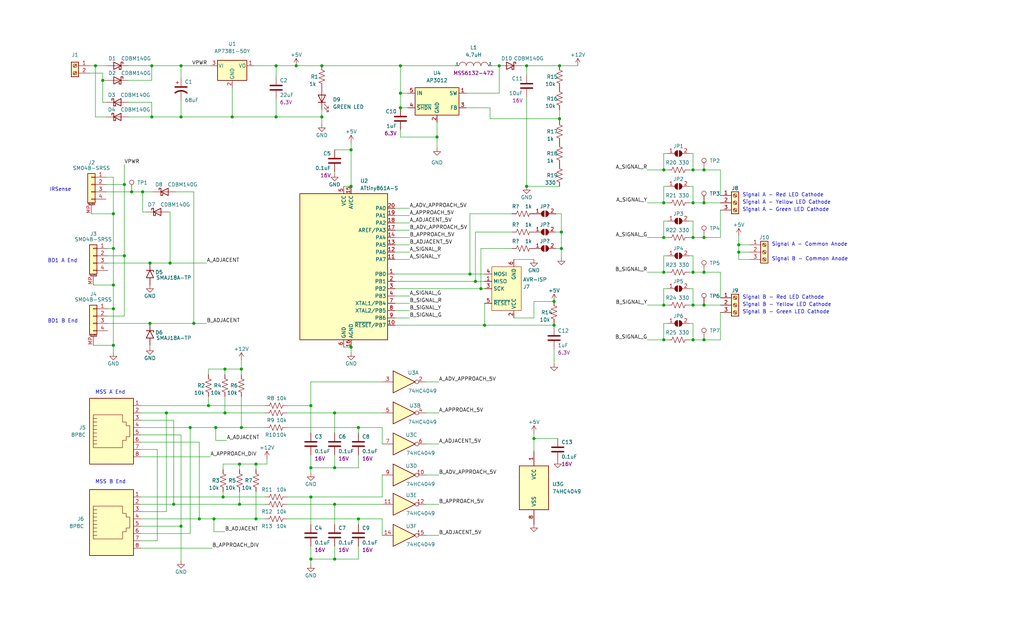
<source format=kicad_sch>
(kicad_sch (version 20211123) (generator eeschema)
  (paper "USLegal")
  (title_block (title "MSS Cascade Basic v1.0") (company "Iowa Scaled Engineering"))
  (junction (at 192.405 104.775))
  (junction (at 52.07 112.395))
  (junction (at 244.475 94.615))
  (junction (at 62.865 182.88))
  (junction (at 121.92 52.07))
  (junction (at 66.04 148.59))
  (junction (at 57.785 143.51))
  (junction (at 116.205 194.31))
  (junction (at 59.055 91.44))
  (junction (at 107.95 194.31))
  (junction (at 256.54 85.09))
  (junction (at 240.665 82.55))
  (junction (at 107.95 162.56))
  (junction (at 52.705 22.86))
  (junction (at 45.72 66.675))
  (junction (at 62.865 22.86))
  (junction (at 230.505 106.045))
  (junction (at 121.92 64.77))
  (junction (at 244.475 70.485))
  (junction (at 163.195 95.25))
  (junction (at 240.665 59.055))
  (junction (at 35.687 27.94))
  (junction (at 168.275 113.03))
  (junction (at 116.205 175.26))
  (junction (at 78.105 143.51))
  (junction (at 52.705 40.64))
  (junction (at 33.147 22.86))
  (junction (at 69.215 180.34))
  (junction (at 256.54 87.63))
  (junction (at 88.9 161.29))
  (junction (at 83.185 175.26))
  (junction (at 124.46 180.34))
  (junction (at 192.405 113.03))
  (junction (at 244.475 82.55))
  (junction (at 165.1 97.79))
  (junction (at 139.065 32.385))
  (junction (at 107.95 140.97))
  (junction (at 80.645 40.64))
  (junction (at 72.39 140.97))
  (junction (at 121.92 120.65))
  (junction (at 67.31 112.395))
  (junction (at 244.475 106.045))
  (junction (at 194.945 80.645))
  (junction (at 39.37 120.015))
  (junction (at 240.665 106.045))
  (junction (at 240.665 70.485))
  (junction (at 116.205 162.56))
  (junction (at 230.505 118.11))
  (junction (at 185.42 152.4))
  (junction (at 39.37 86.36))
  (junction (at 74.295 180.34))
  (junction (at 60.325 175.26))
  (junction (at 230.505 59.055))
  (junction (at 194.945 86.36))
  (junction (at 62.865 40.64))
  (junction (at 182.88 22.86))
  (junction (at 230.505 94.615))
  (junction (at 182.88 64.77))
  (junction (at 52.07 91.44))
  (junction (at 39.37 99.06))
  (junction (at 230.505 82.55))
  (junction (at 77.47 172.72))
  (junction (at 43.18 88.9))
  (junction (at 111.76 22.86))
  (junction (at 194.31 22.86))
  (junction (at 167.005 100.33))
  (junction (at 116.205 143.51))
  (junction (at 39.37 107.315))
  (junction (at 151.765 47.625))
  (junction (at 124.46 148.59))
  (junction (at 43.18 64.135))
  (junction (at 240.665 94.615))
  (junction (at 194.31 41.275))
  (junction (at 39.37 74.295))
  (junction (at 95.885 40.64))
  (junction (at 83.82 128.27))
  (junction (at 83.185 161.29))
  (junction (at 139.065 37.465))
  (junction (at 244.475 118.11))
  (junction (at 244.475 59.055))
  (junction (at 49.53 66.675))
  (junction (at 95.885 22.86))
  (junction (at 83.82 148.59))
  (junction (at 78.105 128.27))
  (junction (at 111.76 40.64))
  (junction (at 88.9 180.34))
  (junction (at 107.95 172.72))
  (junction (at 139.065 22.86))
  (junction (at 240.665 118.11))
  (junction (at 230.505 70.485))
  (junction (at 173.355 22.86))
  (junction (at 74.93 148.59))
  (junction (at 102.87 22.86))
  (wire (pts (xy 49.53 73.66) (xy 49.53 66.675)))
  (wire (pts (xy 194.31 41.275) (xy 170.18 41.275)))
  (wire (pts (xy 240.665 100.33) (xy 240.665 106.045)))
  (wire (pts (xy 107.95 196.215) (xy 107.95 194.31)))
  (wire (pts (xy 88.265 22.86) (xy 95.885 22.86)))
  (wire (pts (xy 32.385 120.015) (xy 39.37 120.015)))
  (wire (pts (xy 83.82 128.27) (xy 83.82 130.175)))
  (wire (pts (xy 39.37 86.36) (xy 39.37 99.06)))
  (wire (pts (xy 185.42 104.775) (xy 192.405 104.775)))
  (wire (pts (xy 99.695 175.26) (xy 116.205 175.26)))
  (wire (pts (xy 137.16 82.55) (xy 142.24 82.55)))
  (wire (pts (xy 244.475 82.55) (xy 250.19 82.55)))
  (wire (pts (xy 139.065 22.86) (xy 139.065 32.385)))
  (wire (pts (xy 240.665 82.55) (xy 244.475 82.55)))
  (wire (pts (xy 80.645 40.64) (xy 95.885 40.64)))
  (wire (pts (xy 74.93 148.59) (xy 74.93 153.035)))
  (wire (pts (xy 52.07 91.44) (xy 59.055 91.44)))
  (wire (pts (xy 194.31 41.275) (xy 194.31 41.91)))
  (wire (pts (xy 151.765 51.435) (xy 151.765 47.625)))
  (wire (pts (xy 77.47 161.29) (xy 77.47 163.195)))
  (wire (pts (xy 230.505 59.055) (xy 231.775 59.055)))
  (wire (pts (xy 66.04 185.42) (xy 66.04 148.59)))
  (wire (pts (xy 62.865 22.86) (xy 62.865 27.178)))
  (wire (pts (xy 83.82 137.795) (xy 83.82 148.59)))
  (wire (pts (xy 116.205 175.26) (xy 116.205 182.245)))
  (wire (pts (xy 230.505 53.34) (xy 230.505 59.055)))
  (wire (pts (xy 31.75 74.295) (xy 39.37 74.295)))
  (wire (pts (xy 137.16 110.49) (xy 142.24 110.49)))
  (wire (pts (xy 99.695 148.59) (xy 124.46 148.59)))
  (wire (pts (xy 35.687 35.56) (xy 35.687 27.94)))
  (wire (pts (xy 239.395 82.55) (xy 240.665 82.55)))
  (wire (pts (xy 62.865 182.88) (xy 48.895 182.88)))
  (wire (pts (xy 137.16 95.25) (xy 163.195 95.25)))
  (wire (pts (xy 121.92 122.555) (xy 121.92 120.65)))
  (wire (pts (xy 185.42 104.775) (xy 185.42 110.49)))
  (wire (pts (xy 107.95 172.72) (xy 132.715 172.72)))
  (wire (pts (xy 240.665 94.615) (xy 244.475 94.615)))
  (wire (pts (xy 32.385 99.06) (xy 39.37 99.06)))
  (wire (pts (xy 80.645 30.48) (xy 80.645 40.64)))
  (wire (pts (xy 124.46 194.31) (xy 124.46 189.865)))
  (wire (pts (xy 39.37 61.595) (xy 39.37 74.295)))
  (wire (pts (xy 48.895 140.97) (xy 72.39 140.97)))
  (wire (pts (xy 102.87 22.86) (xy 111.76 22.86)))
  (wire (pts (xy 50.8 73.66) (xy 49.53 73.66)))
  (wire (pts (xy 107.95 164.465) (xy 107.95 162.56)))
  (wire (pts (xy 240.665 76.835) (xy 240.665 82.55)))
  (wire (pts (xy 137.16 113.03) (xy 168.275 113.03)))
  (wire (pts (xy 74.93 148.59) (xy 83.82 148.59)))
  (wire (pts (xy 137.16 74.93) (xy 142.24 74.93)))
  (wire (pts (xy 62.865 151.13) (xy 62.865 182.88)))
  (wire (pts (xy 48.895 151.13) (xy 62.865 151.13)))
  (wire (pts (xy 256.54 85.09) (xy 256.54 87.63)))
  (wire (pts (xy 39.37 107.315) (xy 39.37 120.015)))
  (wire (pts (xy 39.37 61.595) (xy 36.83 61.595)))
  (wire (pts (xy 193.04 86.36) (xy 194.945 86.36)))
  (wire (pts (xy 240.665 118.11) (xy 244.475 118.11)))
  (wire (pts (xy 35.687 25.4) (xy 31.115 25.4)))
  (wire (pts (xy 239.395 76.835) (xy 240.665 76.835)))
  (wire (pts (xy 116.205 189.865) (xy 116.205 194.31)))
  (wire (pts (xy 99.695 180.34) (xy 124.46 180.34)))
  (wire (pts (xy 167.005 100.33) (xy 168.275 100.33)))
  (wire (pts (xy 31.115 22.86) (xy 33.147 22.86)))
  (wire (pts (xy 137.16 72.39) (xy 142.24 72.39)))
  (wire (pts (xy 37.465 112.395) (xy 52.07 112.395)))
  (wire (pts (xy 33.147 40.64) (xy 33.147 22.86)))
  (wire (pts (xy 52.705 22.86) (xy 62.865 22.86)))
  (wire (pts (xy 231.775 100.33) (xy 230.505 100.33)))
  (wire (pts (xy 224.79 118.11) (xy 230.505 118.11)))
  (wire (pts (xy 107.95 158.115) (xy 107.95 162.56)))
  (wire (pts (xy 230.505 82.55) (xy 231.775 82.55)))
  (wire (pts (xy 240.665 88.9) (xy 240.665 94.615)))
  (wire (pts (xy 43.18 88.9) (xy 43.18 64.135)))
  (wire (pts (xy 139.065 22.86) (xy 158.115 22.86)))
  (wire (pts (xy 74.295 180.34) (xy 88.9 180.34)))
  (wire (pts (xy 192.405 113.03) (xy 192.405 113.665)))
  (wire (pts (xy 152.4 165.1) (xy 147.955 165.1)))
  (wire (pts (xy 44.577 40.64) (xy 52.705 40.64)))
  (wire (pts (xy 39.37 74.295) (xy 39.37 86.36)))
  (wire (pts (xy 137.16 85.09) (xy 142.24 85.09)))
  (wire (pts (xy 250.19 118.11) (xy 250.19 108.585)))
  (wire (pts (xy 48.895 148.59) (xy 66.04 148.59)))
  (wire (pts (xy 177.8 80.645) (xy 165.1 80.645)))
  (wire (pts (xy 240.665 64.77) (xy 240.665 70.485)))
  (wire (pts (xy 239.395 59.055) (xy 240.665 59.055)))
  (wire (pts (xy 244.475 94.615) (xy 250.19 94.615)))
  (wire (pts (xy 256.54 87.63) (xy 260.35 87.63)))
  (wire (pts (xy 132.715 132.715) (xy 107.95 132.715)))
  (wire (pts (xy 239.395 70.485) (xy 240.665 70.485)))
  (wire (pts (xy 240.665 53.34) (xy 240.665 59.055)))
  (wire (pts (xy 152.4 154.305) (xy 147.955 154.305)))
  (wire (pts (xy 99.695 140.97) (xy 107.95 140.97)))
  (wire (pts (xy 60.96 66.675) (xy 67.31 66.675)))
  (wire (pts (xy 167.005 86.36) (xy 167.005 100.33)))
  (wire (pts (xy 88.9 180.34) (xy 92.075 180.34)))
  (wire (pts (xy 185.42 152.4) (xy 193.675 152.4)))
  (wire (pts (xy 39.37 99.06) (xy 39.37 107.315)))
  (wire (pts (xy 173.355 32.385) (xy 173.355 22.86)))
  (wire (pts (xy 194.31 22.86) (xy 200.66 22.86)))
  (wire (pts (xy 121.92 52.07) (xy 116.205 52.07)))
  (wire (pts (xy 72.39 128.27) (xy 78.105 128.27)))
  (wire (pts (xy 163.195 74.295) (xy 163.195 95.25)))
  (wire (pts (xy 244.475 70.485) (xy 250.19 70.485)))
  (wire (pts (xy 250.19 94.615) (xy 250.19 103.505)))
  (wire (pts (xy 88.9 161.29) (xy 88.9 163.195)))
  (wire (pts (xy 239.395 112.395) (xy 240.665 112.395)))
  (wire (pts (xy 116.205 194.31) (xy 124.46 194.31)))
  (wire (pts (xy 165.1 80.645) (xy 165.1 97.79)))
  (wire (pts (xy 72.39 137.795) (xy 72.39 140.97)))
  (wire (pts (xy 137.16 107.95) (xy 142.24 107.95)))
  (wire (pts (xy 37.465 91.44) (xy 52.07 91.44)))
  (wire (pts (xy 111.76 40.64) (xy 111.76 38.1)))
  (wire (pts (xy 62.865 22.86) (xy 73.025 22.86)))
  (wire (pts (xy 95.885 22.86) (xy 95.885 26.67)))
  (wire (pts (xy 107.95 172.72) (xy 107.95 182.245)))
  (wire (pts (xy 231.775 88.9) (xy 230.505 88.9)))
  (wire (pts (xy 77.47 172.72) (xy 92.075 172.72)))
  (wire (pts (xy 163.195 95.25) (xy 168.275 95.25)))
  (wire (pts (xy 231.775 76.835) (xy 230.505 76.835)))
  (wire (pts (xy 111.76 22.86) (xy 139.065 22.86)))
  (wire (pts (xy 62.865 194.945) (xy 62.865 182.88)))
  (wire (pts (xy 239.395 118.11) (xy 240.665 118.11)))
  (wire (pts (xy 78.105 128.27) (xy 78.105 130.175)))
  (wire (pts (xy 48.895 175.26) (xy 60.325 175.26)))
  (wire (pts (xy 116.205 175.26) (xy 132.715 175.26)))
  (wire (pts (xy 244.475 106.045) (xy 250.19 106.045)))
  (wire (pts (xy 107.95 132.715) (xy 107.95 140.97)))
  (wire (pts (xy 137.16 105.41) (xy 142.24 105.41)))
  (wire (pts (xy 111.76 40.64) (xy 111.76 43.18)))
  (wire (pts (xy 44.577 22.86) (xy 52.705 22.86)))
  (wire (pts (xy 52.705 35.56) (xy 52.705 40.64)))
  (wire (pts (xy 52.705 40.64) (xy 62.865 40.64)))
  (wire (pts (xy 239.395 106.045) (xy 240.665 106.045)))
  (wire (pts (xy 182.88 26.035) (xy 182.88 22.86)))
  (wire (pts (xy 48.895 185.42) (xy 66.04 185.42)))
  (wire (pts (xy 43.18 64.135) (xy 36.83 64.135)))
  (wire (pts (xy 240.665 59.055) (xy 244.475 59.055)))
  (wire (pts (xy 52.07 112.395) (xy 67.31 112.395)))
  (wire (pts (xy 36.957 35.56) (xy 35.687 35.56)))
  (wire (pts (xy 48.895 146.05) (xy 60.325 146.05)))
  (wire (pts (xy 132.715 165.1) (xy 132.715 172.72)))
  (wire (pts (xy 36.83 66.675) (xy 45.72 66.675)))
  (wire (pts (xy 137.16 102.87) (xy 142.24 102.87)))
  (wire (pts (xy 121.92 52.07) (xy 121.92 64.77)))
  (wire (pts (xy 240.665 112.395) (xy 240.665 118.11)))
  (wire (pts (xy 60.325 146.05) (xy 60.325 175.26)))
  (wire (pts (xy 137.16 80.01) (xy 142.24 80.01)))
  (wire (pts (xy 244.475 118.11) (xy 250.19 118.11)))
  (wire (pts (xy 256.54 85.09) (xy 260.35 85.09)))
  (wire (pts (xy 83.82 125.095) (xy 83.82 128.27)))
  (wire (pts (xy 240.665 70.485) (xy 244.475 70.485)))
  (wire (pts (xy 230.505 88.9) (xy 230.505 94.615)))
  (wire (pts (xy 48.895 143.51) (xy 57.785 143.51)))
  (wire (pts (xy 52.07 120.015) (xy 52.07 120.65)))
  (wire (pts (xy 92.71 161.29) (xy 88.9 161.29)))
  (wire (pts (xy 83.185 170.815) (xy 83.185 175.26)))
  (wire (pts (xy 57.785 143.51) (xy 78.105 143.51)))
  (wire (pts (xy 152.4 143.51) (xy 147.955 143.51)))
  (wire (pts (xy 152.4 175.26) (xy 147.955 175.26)))
  (wire (pts (xy 99.695 172.72) (xy 107.95 172.72)))
  (wire (pts (xy 78.105 137.795) (xy 78.105 143.51)))
  (wire (pts (xy 139.065 37.465) (xy 141.605 37.465)))
  (wire (pts (xy 250.19 82.55) (xy 250.19 73.025)))
  (wire (pts (xy 95.885 40.64) (xy 111.76 40.64)))
  (wire (pts (xy 88.9 170.815) (xy 88.9 180.34)))
  (wire (pts (xy 224.79 82.55) (xy 230.505 82.55)))
  (wire (pts (xy 72.39 140.97) (xy 92.075 140.97)))
  (wire (pts (xy 178.435 90.17) (xy 185.42 90.17)))
  (wire (pts (xy 177.8 74.295) (xy 163.195 74.295)))
  (wire (pts (xy 231.775 64.77) (xy 230.505 64.77)))
  (wire (pts (xy 168.275 113.03) (xy 192.405 113.03)))
  (wire (pts (xy 74.93 153.035) (xy 78.74 153.035)))
  (wire (pts (xy 37.465 107.315) (xy 39.37 107.315)))
  (wire (pts (xy 37.465 109.855) (xy 43.18 109.855)))
  (wire (pts (xy 132.715 154.305) (xy 132.715 148.59)))
  (wire (pts (xy 165.1 97.79) (xy 168.275 97.79)))
  (wire (pts (xy 170.18 37.465) (xy 161.925 37.465)))
  (wire (pts (xy 49.53 66.675) (xy 53.34 66.675)))
  (wire (pts (xy 67.31 66.675) (xy 67.31 112.395)))
  (wire (pts (xy 230.505 76.835) (xy 230.505 82.55)))
  (wire (pts (xy 132.715 148.59) (xy 124.46 148.59)))
  (wire (pts (xy 239.395 64.77) (xy 240.665 64.77)))
  (wire (pts (xy 250.19 59.055) (xy 250.19 67.945)))
  (wire (pts (xy 161.925 32.385) (xy 173.355 32.385)))
  (wire (pts (xy 119.38 64.77) (xy 121.92 64.77)))
  (wire (pts (xy 69.215 180.34) (xy 74.295 180.34)))
  (wire (pts (xy 54.61 187.96) (xy 48.895 187.96)))
  (wire (pts (xy 99.695 143.51) (xy 116.205 143.51)))
  (wire (pts (xy 107.95 162.56) (xy 116.205 162.56)))
  (wire (pts (xy 116.205 143.51) (xy 132.715 143.51)))
  (wire (pts (xy 137.16 90.17) (xy 142.24 90.17)))
  (wire (pts (xy 139.065 47.625) (xy 151.765 47.625)))
  (wire (pts (xy 224.79 70.485) (xy 230.505 70.485)))
  (wire (pts (xy 78.105 128.27) (xy 83.82 128.27)))
  (wire (pts (xy 39.37 120.015) (xy 39.37 122.555)))
  (wire (pts (xy 124.46 148.59) (xy 124.46 150.495)))
  (wire (pts (xy 107.95 140.97) (xy 107.95 150.495)))
  (wire (pts (xy 170.18 41.275) (xy 170.18 37.465)))
  (wire (pts (xy 137.16 87.63) (xy 142.24 87.63)))
  (wire (pts (xy 43.18 109.855) (xy 43.18 88.9)))
  (wire (pts (xy 59.055 73.66) (xy 59.055 91.44)))
  (wire (pts (xy 59.055 91.44) (xy 71.755 91.44)))
  (wire (pts (xy 92.71 159.385) (xy 92.71 161.29)))
  (wire (pts (xy 35.687 27.94) (xy 35.687 25.4)))
  (wire (pts (xy 230.505 100.33) (xy 230.505 106.045)))
  (wire (pts (xy 224.79 94.615) (xy 230.505 94.615)))
  (wire (pts (xy 244.475 59.055) (xy 250.19 59.055)))
  (wire (pts (xy 137.16 100.33) (xy 167.005 100.33)))
  (wire (pts (xy 137.16 77.47) (xy 142.24 77.47)))
  (wire (pts (xy 116.205 59.69) (xy 116.205 60.325)))
  (wire (pts (xy 137.16 97.79) (xy 165.1 97.79)))
  (wire (pts (xy 121.92 49.53) (xy 121.92 52.07)))
  (wire (pts (xy 173.355 22.86) (xy 170.815 22.86)))
  (wire (pts (xy 185.42 110.49) (xy 178.435 110.49)))
  (wire (pts (xy 83.185 175.26) (xy 92.075 175.26)))
  (wire (pts (xy 77.47 170.815) (xy 77.47 172.72)))
  (wire (pts (xy 62.865 34.798) (xy 62.865 40.64)))
  (wire (pts (xy 194.945 74.295) (xy 194.945 80.645)))
  (wire (pts (xy 231.775 53.34) (xy 230.505 53.34)))
  (wire (pts (xy 72.39 128.27) (xy 72.39 130.175)))
  (wire (pts (xy 95.885 22.86) (xy 102.87 22.86)))
  (wire (pts (xy 194.945 86.36) (xy 194.945 89.535)))
  (wire (pts (xy 58.42 73.66) (xy 59.055 73.66)))
  (wire (pts (xy 231.775 112.395) (xy 230.505 112.395)))
  (wire (pts (xy 152.4 186.055) (xy 147.955 186.055)))
  (wire (pts (xy 182.88 33.655) (xy 182.88 64.77)))
  (wire (pts (xy 194.31 64.77) (xy 182.88 64.77)))
  (wire (pts (xy 45.72 66.675) (xy 49.53 66.675)))
  (wire (pts (xy 192.405 112.395) (xy 192.405 113.03)))
  (wire (pts (xy 239.395 88.9) (xy 240.665 88.9)))
  (wire (pts (xy 224.79 106.045) (xy 230.505 106.045)))
  (wire (pts (xy 230.505 112.395) (xy 230.505 118.11)))
  (wire (pts (xy 193.04 80.645) (xy 194.945 80.645)))
  (wire (pts (xy 139.065 32.385) (xy 141.605 32.385)))
  (wire (pts (xy 74.295 184.785) (xy 78.105 184.785)))
  (wire (pts (xy 119.38 120.65) (xy 121.92 120.65)))
  (wire (pts (xy 62.865 40.64) (xy 80.645 40.64)))
  (wire (pts (xy 83.185 161.29) (xy 83.185 163.195)))
  (wire (pts (xy 256.54 81.915) (xy 256.54 85.09)))
  (wire (pts (xy 194.31 38.1) (xy 194.31 41.275)))
  (wire (pts (xy 77.47 161.29) (xy 83.185 161.29)))
  (wire (pts (xy 230.505 64.77) (xy 230.505 70.485)))
  (wire (pts (xy 239.395 94.615) (xy 240.665 94.615)))
  (wire (pts (xy 48.895 172.72) (xy 77.47 172.72)))
  (wire (pts (xy 132.715 180.34) (xy 132.715 186.055)))
  (wire (pts (xy 116.205 162.56) (xy 124.46 162.56)))
  (wire (pts (xy 74.295 180.34) (xy 74.295 184.785)))
  (wire (pts (xy 83.82 148.59) (xy 92.075 148.59)))
  (wire (pts (xy 193.04 74.295) (xy 194.945 74.295)))
  (wire (pts (xy 152.4 132.715) (xy 147.955 132.715)))
  (wire (pts (xy 182.88 22.86) (xy 194.31 22.86)))
  (wire (pts (xy 44.577 27.94) (xy 52.705 27.94)))
  (wire (pts (xy 230.505 106.045) (xy 231.775 106.045)))
  (wire (pts (xy 37.465 88.9) (xy 43.18 88.9)))
  (wire (pts (xy 66.04 148.59) (xy 74.93 148.59)))
  (wire (pts (xy 48.895 153.67) (xy 69.215 153.67)))
  (wire (pts (xy 48.895 180.34) (xy 69.215 180.34)))
  (wire (pts (xy 36.957 27.94) (xy 35.687 27.94)))
  (wire (pts (xy 230.505 94.615) (xy 231.775 94.615)))
  (wire (pts (xy 107.95 194.31) (xy 116.205 194.31)))
  (wire (pts (xy 60.325 175.26) (xy 83.185 175.26)))
  (wire (pts (xy 239.395 53.34) (xy 240.665 53.34)))
  (wire (pts (xy 185.42 152.4) (xy 185.42 156.845)))
  (wire (pts (xy 192.405 126.365) (xy 192.405 121.285)))
  (wire (pts (xy 116.205 143.51) (xy 116.205 150.495)))
  (wire (pts (xy 44.577 35.56) (xy 52.705 35.56)))
  (wire (pts (xy 256.54 87.63) (xy 256.54 90.17)))
  (wire (pts (xy 33.147 22.86) (xy 36.957 22.86)))
  (wire (pts (xy 33.147 40.64) (xy 36.957 40.64)))
  (wire (pts (xy 230.505 118.11) (xy 231.775 118.11)))
  (wire (pts (xy 83.185 161.29) (xy 88.9 161.29)))
  (wire (pts (xy 180.975 22.86) (xy 182.88 22.86)))
  (wire (pts (xy 256.54 90.17) (xy 260.35 90.17)))
  (wire (pts (xy 95.885 34.29) (xy 95.885 40.64)))
  (wire (pts (xy 177.8 86.36) (xy 167.005 86.36)))
  (wire (pts (xy 139.065 45.085) (xy 139.065 47.625)))
  (wire (pts (xy 67.31 112.395) (xy 71.755 112.395)))
  (wire (pts (xy 116.205 158.115) (xy 116.205 162.56)))
  (wire (pts (xy 43.18 57.15) (xy 43.18 64.135)))
  (wire (pts (xy 224.79 59.055) (xy 230.505 59.055)))
  (wire (pts (xy 151.765 47.625) (xy 151.765 42.545)))
  (wire (pts (xy 48.895 158.75) (xy 73.025 158.75)))
  (wire (pts (xy 52.705 27.94) (xy 52.705 22.86)))
  (wire (pts (xy 78.105 143.51) (xy 92.075 143.51)))
  (wire (pts (xy 107.95 189.865) (xy 107.95 194.31)))
  (wire (pts (xy 124.46 162.56) (xy 124.46 158.115)))
  (wire (pts (xy 240.665 106.045) (xy 244.475 106.045)))
  (wire (pts (xy 124.46 180.34) (xy 132.715 180.34)))
  (wire (pts (xy 37.465 86.36) (xy 39.37 86.36)))
  (wire (pts (xy 194.945 80.645) (xy 194.945 86.36)))
  (wire (pts (xy 48.895 156.21) (xy 54.61 156.21)))
  (wire (pts (xy 48.895 177.8) (xy 57.785 177.8)))
  (wire (pts (xy 168.275 113.03) (xy 168.275 105.41)))
  (wire (pts (xy 124.46 180.34) (xy 124.46 182.245)))
  (wire (pts (xy 185.42 150.495) (xy 185.42 152.4)))
  (wire (pts (xy 57.785 143.51) (xy 57.785 177.8)))
  (wire (pts (xy 48.895 190.5) (xy 73.66 190.5)))
  (wire (pts (xy 230.505 70.485) (xy 231.775 70.485)))
  (wire (pts (xy 54.61 156.21) (xy 54.61 187.96)))
  (wire (pts (xy 139.065 37.465) (xy 139.065 32.385)))
  (wire (pts (xy 69.215 153.67) (xy 69.215 180.34)))
  (wire (pts (xy 239.395 100.33) (xy 240.665 100.33)))
  (text "IRSense" (at 17.145 66.675 0) (effects (font (size 1.27 1.27)) (justify left bottom)))
  (text "Signal A - Yellow LED Cathode" (at 257.81 71.12 0) (effects (font (size 1.27 1.27)) (justify left bottom)))
  (text "Signal A - Red LED Cathode" (at 257.81 68.58 0) (effects (font (size 1.27 1.27)) (justify left bottom)))
  (text "Signal A - Common Anode" (at 267.97 85.725 0) (effects (font (size 1.27 1.27)) (justify left bottom)))
  (text "Signal B - Red LED Cathode" (at 257.81 104.14 0) (effects (font (size 1.27 1.27)) (justify left bottom)))
  (text "Signal B - Green LED Cathode" (at 257.81 109.22 0) (effects (font (size 1.27 1.27)) (justify left bottom)))
  (text "MSS B End" (at 33.02 168.275 0) (effects (font (size 1.27 1.27)) (justify left bottom)))
  (text "Signal B - Common Anode" (at 267.97 90.805 0) (effects (font (size 1.27 1.27)) (justify left bottom)))
  (text "Signal B - Yellow LED Cathode" (at 257.81 106.68 0) (effects (font (size 1.27 1.27)) (justify left bottom)))
  (text "BD1 A End" (at 16.51 91.44 0) (effects (font (size 1.27 1.27)) (justify left bottom)))
  (text "BD1 B End" (at 16.51 112.395 0) (effects (font (size 1.27 1.27)) (justify left bottom)))
  (text "Signal A - Green LED Cathode" (at 257.81 73.66 0) (effects (font (size 1.27 1.27)) (justify left bottom)))
  (text "MSS A End" (at 33.02 137.16 0) (effects (font (size 1.27 1.27)) (justify left bottom)))
  (label "A_SIGNAL_R" (at 142.24 87.63 0))
  (label "B_APPROACH_DIV" (at 73.66 190.5 0))
  (label "A_ADV_APPROACH_5V" (at 142.24 72.39 0))
  (label "VPWR" (at 66.675 22.86 0))
  (label "B_SIGNAL_Y" (at 224.79 106.045 180))
  (label "A_ADJACENT" (at 78.74 153.035 0))
  (label "A_SIGNAL_R" (at 224.79 59.055 180))
  (label "A_SIGNAL_Y" (at 142.24 90.17 0))
  (label "B_SIGNAL_G" (at 224.79 118.11 180))
  (label "B_ADV_APPROACH_5V" (at 152.4 165.1 0))
  (label "B_APPROACH_5V" (at 142.24 82.55 0))
  (label "B_ADJACENT" (at 71.755 112.395 0))
  (label "A_APPROACH_DIV" (at 73.025 158.75 0))
  (label "A_ADJACENT_5V" (at 142.24 77.47 0))
  (label "B_SIGNAL_R" (at 142.24 105.41 0))
  (label "A_APPROACH_5V" (at 142.24 74.93 0))
  (label "B_ADJACENT_5V" (at 152.4 186.055 0))
  (label "A_ADJACENT_5V" (at 152.4 154.305 0))
  (label "A_ADV_APPROACH_5V" (at 152.4 132.715 0))
  (label "B_SIGNAL_G" (at 142.24 110.49 0))
  (label "B_ADV_APPROACH_5V" (at 142.24 80.01 0))
  (label "B_ADJACENT" (at 78.105 184.785 0))
  (label "VPWR" (at 43.18 57.15 0))
  (label "B_SIGNAL_R" (at 224.79 94.615 180))
  (label "B_SIGNAL_Y" (at 142.24 107.95 0))
  (label "B_APPROACH_5V" (at 152.4 175.26 0))
  (label "A_APPROACH_5V" (at 152.4 143.51 0))
  (label "A_SIGNAL_Y" (at 224.79 70.485 180))
  (label "A_SIGNAL_G" (at 142.24 102.87 0))
  (label "A_ADJACENT" (at 71.755 91.44 0))
  (label "A_SIGNAL_G" (at 224.79 82.55 180))
  (label "B_ADJACENT_5V" (at 142.24 85.09 0))
  (symbol (lib_id "power:+12V") (at 92.71 159.385 0) (unit 1)
    (property "Reference" "#PWR07" (effects hide))
    (property "Value" "+12V" (at 92.71 155.575 0))
  )
  (symbol (lib_id "power:+5V") (at 192.405 104.775 0) (unit 1)
    (property "Reference" "#PWR019" (effects hide))
    (property "Value" "+5V" (at 192.405 100.965 0))
  )
  (symbol (lib_id "Connector_Generic_MountingPin:Conn_01x04_MountingPin") (at 31.75 64.135 0) (mirror y) (unit 1)
    (property "Reference" "J2" (at 33.02 56.515 0) (effects (justify left)))
    (property "Value" "SM04B-SRSS" (at 31.75 58.42 0))
    (property "Footprint" "Connector_JST:JST_SH_SM04B-SRSS-TB_1x04-1MP_P1.00mm_Horizontal" (effects hide))
  )
  (symbol (lib_id "power:+5V") (at 256.54 81.915 0) (unit 1)
    (property "Reference" "#PWR023" (effects hide))
    (property "Value" "+5V" (at 256.54 78.105 0))
  )
  (symbol (lib_id "Device:D_Schottky") (at 40.767 40.64 0) (unit 1)
    (property "Reference" "D4" (at 40.132 38.1 0) (effects (justify right)))
    (property "Value" "CDBM140G" (at 52.197 38.1 0) (effects (justify right)))
    (property "Footprint" "Diode_SMD:D_SOD-123" (effects hide))
  )
  (symbol (lib_id "power:GND") (at 192.405 126.365 0) (unit 1)
    (property "Reference" "#PWR020" (effects hide))
    (property "Value" "GND" (effects hide))
  )
  (symbol (lib_id "power:GND") (at 52.07 120.65 0) (unit 1)
    (property "Reference" "#PWR03" (effects hide))
    (property "Value" "GND" (at 52.07 124.46 0))
  )
  (symbol (lib_id "Device:R_US") (at 95.885 175.26 270) (unit 1)
    (property "Reference" "R12" (at 92.71 177.8 90))
    (property "Value" "10k" (at 97.79 177.8 90))
    (property "Footprint" "Resistor_SMD:R_0805_2012Metric" (effects hide))
  )
  (symbol (lib_id "Device:LED") (at 111.76 34.29 90) (unit 1)
    (property "Reference" "D9" (at 115.57 34.6074 90) (effects (justify right)))
    (property "Value" "GREEN LED" (at 115.57 37.1474 90) (effects (justify right)))
    (property "Footprint" "LED_SMD:LED_0805_2012Metric" (effects hide))
  )
  (symbol (lib_id "Jumper:SolderJumper_2_Open") (at 189.23 86.36 0) (unit 1)
    (property "Reference" "JP?" (at 189.23 83.82 0))
    (property "Value" "SolderJumper_2_Open" (effects hide))
    (property "Footprint" "Jumper:SolderJumper-2_P1.3mm_Open_RoundedPad1.0x1.5mm" (effects hide))
  )
  (symbol (lib_id "power:GND") (at 107.95 164.465 0) (unit 1)
    (property "Reference" "#PWR09" (effects hide))
    (property "Value" "GND" (at 107.95 168.275 0))
  )
  (symbol (lib_id "Diode:SM6T75A") (at 52.07 95.25 270) (unit 1)
    (property "Reference" "D5" (at 55.245 94.615 90))
    (property "Value" "SMAJ18A-TP" (at 60.325 96.52 90))
    (property "Footprint" "Diode_SMD:D_SMA" (effects hide))
    (property "Datasheet" "https://www.st.com/resource/en/datasheet/sm6t.pdf" (effects hide))
  )
  (symbol (lib_id "Device:D_Schottky") (at 40.767 27.94 0) (mirror y) (unit 1)
    (property "Reference" "D2" (at 37.592 25.4 0) (effects (justify right)))
    (property "Value" "CDBM140G" (at 42.037 25.4 0) (effects (justify right)))
    (property "Footprint" "Diode_SMD:D_SOD-123" (effects hide))
  )
  (symbol (lib_id "4xxx:4049") (at 185.42 169.545 0) (unit 7)
    (property "Reference" "U3" (at 191.77 168.2749 0) (effects (justify left)))
    (property "Value" "74HC4049" (at 191.77 170.8149 0) (effects (justify left)))
    (property "Datasheet" "http://www.intersil.com/content/dam/intersil/documents/cd40/cd4049ubms.pdf" (effects hide))
  )
  (symbol (lib_id "Device:R_US") (at 235.585 106.045 90) (unit 1)
    (property "Reference" "R24" (at 233.045 103.505 90))
    (property "Value" "330" (at 237.49 103.505 90))
    (property "Footprint" "Resistor_SMD:R_0805_2012Metric" (effects hide))
  )
  (symbol (lib_id "power:GND") (at 193.675 160.02 0) (unit 1)
    (property "Reference" "#PWR021" (effects hide))
    (property "Value" "GND" (effects hide))
  )
  (symbol (lib_id "Device:D_Schottky") (at 40.767 35.56 0) (unit 1)
    (property "Reference" "D3" (at 40.132 33.02 0) (effects (justify right)))
    (property "Value" "CDBM140G" (at 52.197 33.02 0) (effects (justify right)))
    (property "Footprint" "Diode_SMD:D_SOD-123" (effects hide))
  )
  (symbol (lib_id "Connector:TestPoint") (at 244.475 70.485 0) (mirror y) (unit 1)
    (property "Reference" "TP3" (at 246.38 67.31 0) (effects (justify right)))
    (property "Value" "TestPoint" (effects hide))
    (property "Footprint" "TestPoint:TestPoint_Pad_D2.0mm" (effects hide))
  )
  (symbol (lib_id "Device:R_US") (at 194.31 53.34 180) (unit 1)
    (property "Reference" "R18" (at 191.77 53.34 0))
    (property "Value" "1k" (at 191.135 55.88 0))
    (property "Footprint" "Resistor_SMD:R_0805_2012Metric" (effects hide))
  )
  (symbol (lib_id "power:GND") (at 185.42 90.17 0) (unit 1)
    (property "Reference" "#PWR016" (effects hide))
    (property "Value" "GND" (at 185.42 93.98 0))
  )
  (symbol (lib_id "4xxx:4049") (at 140.335 186.055 0) (unit 6)
    (property "Reference" "U3" (at 142.875 182.88 0))
    (property "Value" "74HC4049" (at 146.05 189.23 0))
    (property "Datasheet" "http://www.intersil.com/content/dam/intersil/documents/cd40/cd4049ubms.pdf" (effects hide))
  )
  (symbol (lib_id "Device:R_US") (at 235.585 94.615 90) (unit 1)
    (property "Reference" "R23" (at 233.045 92.075 90))
    (property "Value" "330" (at 237.49 92.075 90))
    (property "Footprint" "Resistor_SMD:R_0805_2012Metric" (effects hide))
  )
  (symbol (lib_id "Device:R_US") (at 95.885 148.59 270) (unit 1)
    (property "Reference" "R10" (at 93.98 151.13 90))
    (property "Value" "10k" (at 97.79 151.13 90))
    (property "Footprint" "Resistor_SMD:R_0805_2012Metric" (effects hide))
  )
  (symbol (lib_id "Connector_Generic_MountingPin:Conn_01x04_MountingPin") (at 32.385 109.855 0) (mirror y) (unit 1)
    (property "Reference" "J4" (at 33.655 102.235 0) (effects (justify left)))
    (property "Value" "SM04B-SRSS" (at 32.385 104.14 0))
    (property "Footprint" "Connector_JST:JST_SH_SM04B-SRSS-TB_1x04-1MP_P1.00mm_Horizontal" (effects hide))
  )
  (symbol (lib_id "power:GND") (at 151.765 51.435 0) (unit 1)
    (property "Reference" "#PWR014" (effects hide))
    (property "Value" "GND" (at 151.765 56.515 0))
  )
  (symbol (lib_id "power:GND") (at 52.07 99.06 0) (unit 1)
    (property "Reference" "#PWR02" (effects hide))
    (property "Value" "GND" (at 52.07 102.87 0))
  )
  (symbol (lib_id "Device:C") (at 139.065 41.275 0) (mirror y) (unit 1)
    (property "Reference" "C10" (at 137.795 38.735 0) (effects (justify left)))
    (property "Value" "1uF" (at 137.795 43.815 0) (effects (justify left)))
    (property "Footprint" "Capacitor_SMD:C_0805_2012Metric" (effects hide))
    (property "Voltage" "6.3V" (at 137.795 46.355 0) (effects (justify left)))
  )
  (symbol (lib_id "Jumper:SolderJumper_2_Open") (at 235.585 112.395 0) (unit 1)
    (property "Reference" "JP6" (at 235.585 109.855 0))
    (property "Value" "SolderJumper_2_Open" (effects hide))
    (property "Footprint" "Jumper:SolderJumper-2_P1.3mm_Open_RoundedPad1.0x1.5mm" (effects hide))
  )
  (symbol (lib_id "Device:C_Polarized_US") (at 62.865 30.988 0) (unit 1)
    (property "Reference" "C1" (at 64.135 28.448 0) (effects (justify left)))
    (property "Value" "68uF" (at 64.135 34.798 0) (effects (justify left)))
    (property "Footprint" "Capacitor_SMD:CP_Elec_6.3x5.8" (effects hide))
  )
  (symbol (lib_id "Diode:SM6T75A") (at 52.07 116.205 270) (unit 1)
    (property "Reference" "D6" (at 55.245 115.57 90))
    (property "Value" "SMAJ18A-TP" (at 60.325 117.475 90))
    (property "Footprint" "Diode_SMD:D_SMA" (effects hide))
    (property "Datasheet" "https://www.st.com/resource/en/datasheet/sm6t.pdf" (effects hide))
  )
  (symbol (lib_id "power:GND") (at 121.92 122.555 0) (unit 1)
    (property "Reference" "#PWR013" (effects hide))
    (property "Value" "GND" (at 121.92 126.365 0))
  )
  (symbol (lib_id "Connector:8P8C") (at 38.735 180.34 0) (mirror x) (unit 1)
    (property "Reference" "J6" (at 29.21 180.3399 0) (effects (justify right)))
    (property "Value" "8P8C" (at 29.21 182.8799 0) (effects (justify right)))
    (property "Footprint" "RJ45_Amphenol_54602-x08_Horizontal" (effects hide))
  )
  (symbol (lib_id "4xxx:4049") (at 140.335 132.715 0) (unit 1)
    (property "Reference" "U3" (at 143.51 129.54 0))
    (property "Value" "74HC4049" (at 146.685 135.89 0))
    (property "Footprint" "Package_SO:SO-16_3.9x9.9mm_P1.27mm" (effects hide))
    (property "Datasheet" "http://www.intersil.com/content/dam/intersil/documents/cd40/cd4049ubms.pdf" (effects hide))
  )
  (symbol (lib_id "Device:R_US") (at 95.885 140.97 270) (unit 1)
    (property "Reference" "R8" (at 93.98 138.43 90))
    (property "Value" "10k" (at 97.79 138.43 90))
    (property "Footprint" "Resistor_SMD:R_0805_2012Metric" (effects hide))
  )
  (symbol (lib_id "Jumper:SolderJumper_2_Open") (at 189.23 74.295 0) (unit 1)
    (property "Reference" "JP?" (at 189.23 71.755 0))
    (property "Value" "SolderJumper_2_Open" (effects hide))
    (property "Footprint" "Jumper:SolderJumper-2_P1.3mm_Open_RoundedPad1.0x1.5mm" (effects hide))
  )
  (symbol (lib_id "Device:R_US") (at 83.185 167.005 180) (unit 1)
    (property "Reference" "R5" (at 80.645 167.005 0))
    (property "Value" "10k" (at 80.01 169.545 0))
    (property "Footprint" "Resistor_SMD:R_0805_2012Metric" (effects hide))
  )
  (symbol (lib_id "Jumper:SolderJumper_2_Open") (at 235.585 100.33 0) (unit 1)
    (property "Reference" "JP5" (at 235.585 97.79 0))
    (property "Value" "SolderJumper_2_Open" (effects hide))
    (property "Footprint" "Jumper:SolderJumper-2_P1.3mm_Open_RoundedPad1.0x1.5mm" (effects hide))
  )
  (symbol (lib_id "4xxx:4049") (at 140.335 143.51 0) (unit 2)
    (property "Reference" "U3" (at 144.145 140.97 0))
    (property "Value" "74HC4049" (at 146.685 146.685 0))
    (property "Datasheet" "http://www.intersil.com/content/dam/intersil/documents/cd40/cd4049ubms.pdf" (effects hide))
  )
  (symbol (lib_id "Connector:Screw_Terminal_01x03") (at 265.43 87.63 0) (unit 1)
    (property "Reference" "J10" (at 265.43 82.55 0))
    (property "Value" "Screw_Terminal_01x02" (effects hide))
    (property "Footprint" "TerminalBlock_MetzConnect:TerminalBlock_MetzConnect_Type059_RT06303HBWC_1x03_P3.50mm_Horizontal" (effects hide))
  )
  (symbol (lib_id "Device:D_Schottky") (at 54.61 73.66 0) (unit 1)
    (property "Reference" "D7" (at 53.975 71.12 0) (effects (justify right)))
    (property "Value" "CDBM140G" (at 66.04 71.12 0) (effects (justify right)))
    (property "Footprint" "Diode_SMD:D_SOD-123" (effects hide))
  )
  (symbol (lib_id "Device:C") (at 107.95 186.055 0) (unit 1)
    (property "Reference" "C4" (at 109.22 183.515 0) (effects (justify left)))
    (property "Value" "0.1uF" (at 109.22 188.595 0) (effects (justify left)))
    (property "Footprint" "Capacitor_SMD:C_0805_2012Metric" (effects hide))
    (property "Voltage" "16V" (at 109.22 191.135 0) (effects (justify left)))
  )
  (symbol (lib_id "power:+12V") (at 83.82 125.095 0) (unit 1)
    (property "Reference" "#PWR06" (effects hide))
    (property "Value" "+12V" (at 83.82 121.285 0))
  )
  (symbol (lib_id "Device:C") (at 193.675 156.21 0) (unit 1)
    (property "Reference" "C13" (at 194.945 153.67 0) (effects (justify left)))
    (property "Value" "0.1uF" (at 194.945 158.75 0) (effects (justify left)))
    (property "Footprint" "Capacitor_SMD:C_0805_2012Metric" (effects hide))
    (property "Voltage" "16V" (at 194.945 161.29 0) (effects (justify left)))
  )
  (symbol (lib_id "Connector:Screw_Terminal_01x03") (at 255.27 106.045 0) (unit 1)
    (property "Reference" "J9" (at 255.27 100.965 0))
    (property "Value" "Screw_Terminal_01x02" (effects hide))
    (property "Footprint" "TerminalBlock_MetzConnect:TerminalBlock_MetzConnect_Type059_RT06303HBWC_1x03_P3.50mm_Horizontal" (effects hide))
  )
  (symbol (lib_id "power:GND") (at 39.37 122.555 0) (unit 1)
    (property "Reference" "#PWR01" (effects hide))
    (property "Value" "GND" (at 39.37 126.365 0))
  )
  (symbol (lib_id "power:GND") (at 185.42 182.245 0) (unit 1)
    (property "Reference" "#PWR018" (effects hide))
    (property "Value" "GND" (effects hide))
  )
  (symbol (lib_id "Device:C") (at 124.46 186.055 0) (unit 1)
    (property "Reference" "C9" (at 125.73 183.515 0) (effects (justify left)))
    (property "Value" "0.1uF" (at 125.73 188.595 0) (effects (justify left)))
    (property "Footprint" "Capacitor_SMD:C_0805_2012Metric" (effects hide))
    (property "Voltage" "16V" (at 125.73 191.135 0) (effects (justify left)))
  )
  (symbol (lib_id "Connector:TestPoint") (at 244.475 94.615 0) (mirror y) (unit 1)
    (property "Reference" "TP5" (at 246.38 91.44 0) (effects (justify right)))
    (property "Value" "TestPoint" (effects hide))
    (property "Footprint" "TestPoint:TestPoint_Pad_D2.0mm" (effects hide))
  )
  (symbol (lib_id "pspice:INDUCTOR") (at 164.465 22.86 0) (unit 1)
    (property "Reference" "L1" (at 164.465 16.51 0))
    (property "Value" "4.7uH" (at 164.465 19.05 0))
    (property "Footprint" "ISE_UltraLibrarian:MSS6132-xxxMLC" (effects hide))
    (property "Device" "MSS6132-472" (at 164.465 25.4 0))
  )
  (symbol (lib_id "Device:R_US") (at 194.31 26.67 180) (unit 1)
    (property "Reference" "R15" (at 191.77 26.67 0))
    (property "Value" "10k" (at 191.135 29.21 0))
    (property "Footprint" "Resistor_SMD:R_0805_2012Metric" (effects hide))
  )
  (symbol (lib_id "power:+5V") (at 121.92 49.53 0) (unit 1)
    (property "Reference" "#PWR012" (effects hide))
    (property "Value" "+5V" (at 121.92 45.72 0))
  )
  (symbol (lib_id "Regulator_Linear:AP7384-33Y") (at 80.645 22.86 0) (unit 1)
    (property "Reference" "U1" (at 80.645 15.24 0))
    (property "Value" "AP7381-50Y" (at 80.645 17.78 0))
    (property "Footprint" "ISE_Generic:SOT-89-3" (effects hide))
    (property "Datasheet" "https://www.diodes.com/assets/Datasheets/AP7381.pdf" (effects hide))
  )
  (symbol (lib_id "Device:C") (at 116.205 55.88 0) (mirror y) (unit 1)
    (property "Reference" "C5" (at 114.935 53.34 0) (effects (justify left)))
    (property "Value" "0.1uF" (at 114.935 58.42 0) (effects (justify left)))
    (property "Footprint" "Capacitor_SMD:C_0805_2012Metric" (effects hide))
    (property "Voltage" "16V" (at 114.935 60.96 0) (effects (justify left)))
  )
  (symbol (lib_id "Jumper:SolderJumper_2_Open") (at 235.585 88.9 0) (unit 1)
    (property "Reference" "JP4" (at 235.585 86.36 0))
    (property "Value" "SolderJumper_2_Open" (effects hide))
    (property "Footprint" "Jumper:SolderJumper-2_P1.3mm_Open_RoundedPad1.0x1.5mm" (effects hide))
  )
  (symbol (lib_id "Device:R_US") (at 78.105 133.985 180) (unit 1)
    (property "Reference" "R4" (at 75.565 133.985 0))
    (property "Value" "10k" (at 74.93 136.525 0))
    (property "Footprint" "Resistor_SMD:R_0805_2012Metric" (effects hide))
  )
  (symbol (lib_id "Device:R_US") (at 72.39 133.985 180) (unit 1)
    (property "Reference" "R2" (at 69.85 133.985 0))
    (property "Value" "10k" (at 69.215 136.525 0))
    (property "Footprint" "Resistor_SMD:R_0805_2012Metric" (effects hide))
  )
  (symbol (lib_id "Connector:TestPoint") (at 45.72 66.675 0) (mirror y) (unit 1)
    (property "Reference" "TP1" (at 47.625 63.5 0) (effects (justify right)))
    (property "Value" "TestPoint" (effects hide))
    (property "Footprint" "TestPoint:TestPoint_Pad_D2.0mm" (effects hide))
  )
  (symbol (lib_id "Device:C") (at 116.205 186.055 0) (unit 1)
    (property "Reference" "C7" (at 117.475 183.515 0) (effects (justify left)))
    (property "Value" "0.1uF" (at 117.475 188.595 0) (effects (justify left)))
    (property "Footprint" "Capacitor_SMD:C_0805_2012Metric" (effects hide))
    (property "Voltage" "16V" (at 117.475 191.135 0) (effects (justify left)))
  )
  (symbol (lib_id "Device:D_Schottky") (at 177.165 22.86 0) (mirror y) (unit 1)
    (property "Reference" "D10" (at 173.99 20.32 0) (effects (justify right)))
    (property "Value" "CDBM140G" (at 178.435 20.32 0) (effects (justify right)))
    (property "Footprint" "Diode_SMD:D_SOD-123" (effects hide))
  )
  (symbol (lib_id "Connector:Screw_Terminal_01x03") (at 255.27 70.485 0) (unit 1)
    (property "Reference" "J8" (at 255.27 65.405 0))
    (property "Value" "Screw_Terminal_01x02" (effects hide))
    (property "Footprint" "TerminalBlock_MetzConnect:TerminalBlock_MetzConnect_Type059_RT06303HBWC_1x03_P3.50mm_Horizontal" (effects hide))
  )
  (symbol (lib_id "power:GND") (at 62.865 194.945 0) (unit 1)
    (property "Reference" "#PWR04" (effects hide))
    (property "Value" "GND" (at 62.865 198.755 0))
  )
  (symbol (lib_id "Device:R_US") (at 194.31 45.72 180) (unit 1)
    (property "Reference" "R17" (at 191.77 45.72 0))
    (property "Value" "1k" (at 191.135 48.26 0))
    (property "Footprint" "Resistor_SMD:R_0805_2012Metric" (effects hide))
  )
  (symbol (lib_id "Device:R_US") (at 235.585 59.055 90) (unit 1)
    (property "Reference" "R20" (at 233.045 56.515 90))
    (property "Value" "330" (at 237.49 56.515 90))
    (property "Footprint" "Resistor_SMD:R_0805_2012Metric" (effects hide))
  )
  (symbol (lib_id "MCU_Microchip_ATtiny:ATtiny861A-S") (at 119.38 92.71 0) (unit 1)
    (property "Reference" "U2" (at 125.095 62.865 0) (effects (justify left)))
    (property "Value" "ATtiny861A-S" (at 125.095 65.405 0) (effects (justify left)))
    (property "Footprint" "Package_SO:SOIC-20W_7.5x12.8mm_P1.27mm" (effects hide))
    (property "Datasheet" "http://ww1.microchip.com/downloads/en/DeviceDoc/doc8197.pdf" (effects hide))
  )
  (symbol (lib_id "Device:R_US") (at 111.76 26.67 180) (unit 1)
    (property "Reference" "R1" (at 109.22 26.67 0))
    (property "Value" "1k" (at 108.585 29.21 0))
    (property "Footprint" "Resistor_SMD:R_0805_2012Metric" (effects hide))
  )
  (symbol (lib_id "Device:C") (at 124.46 154.305 0) (unit 1)
    (property "Reference" "C8" (at 125.73 151.765 0) (effects (justify left)))
    (property "Value" "0.1uF" (at 125.73 156.845 0) (effects (justify left)))
    (property "Footprint" "Capacitor_SMD:C_0805_2012Metric" (effects hide))
    (property "Voltage" "16V" (at 125.73 159.385 0) (effects (justify left)))
  )
  (symbol (lib_id "Device:C") (at 107.95 154.305 0) (unit 1)
    (property "Reference" "C3" (at 109.22 151.765 0) (effects (justify left)))
    (property "Value" "0.1uF" (at 109.22 156.845 0) (effects (justify left)))
    (property "Footprint" "Capacitor_SMD:C_0805_2012Metric" (effects hide))
    (property "Voltage" "16V" (at 109.22 159.385 0) (effects (justify left)))
  )
  (symbol (lib_id "4xxx:4049") (at 140.335 165.1 0) (unit 4)
    (property "Reference" "U3" (at 142.875 161.925 0))
    (property "Value" "74HC4049" (at 146.05 168.275 0))
    (property "Datasheet" "http://www.intersil.com/content/dam/intersil/documents/cd40/cd4049ubms.pdf" (effects hide))
  )
  (symbol (lib_id "power:GND") (at 111.76 43.18 0) (unit 1)
    (property "Reference" "#PWR05" (effects hide))
    (property "Value" "GND" (at 111.76 46.99 0))
  )
  (symbol (lib_id "Device:D_Schottky") (at 57.15 66.675 0) (unit 1)
    (property "Reference" "D8" (at 56.515 64.135 0) (effects (justify right)))
    (property "Value" "CDBM140G" (at 68.58 64.135 0) (effects (justify right)))
    (property "Footprint" "Diode_SMD:D_SOD-123" (effects hide))
  )
  (symbol (lib_id "Connector:TestPoint") (at 244.475 82.55 0) (mirror y) (unit 1)
    (property "Reference" "TP4" (at 246.38 79.375 0) (effects (justify right)))
    (property "Value" "TestPoint" (effects hide))
    (property "Footprint" "TestPoint:TestPoint_Pad_D2.0mm" (effects hide))
  )
  (symbol (lib_id "Connector:TestPoint") (at 244.475 106.045 0) (mirror y) (unit 1)
    (property "Reference" "TP6" (at 246.38 102.87 0) (effects (justify right)))
    (property "Value" "TestPoint" (effects hide))
    (property "Footprint" "TestPoint:TestPoint_Pad_D2.0mm" (effects hide))
  )
  (symbol (lib_id "Mechanical:MountingHole_Pad") (at 396.24 212.09 0) (unit 1)
    (property "Reference" "H2" (at 398.78 210.8199 0) (effects (justify left)))
    (property "Value" "MountingHole" (at 398.78 213.3599 0) (effects (justify left)))
    (property "Footprint" "MountingHole:MountingHole_3.2mm_M3_Pad" (effects hide))
  )
  (symbol (lib_id "Regulator_Switching:AP3012") (at 151.765 34.925 0) (unit 1)
    (property "Reference" "U4" (at 151.765 25.4 0))
    (property "Value" "AP3012" (at 151.765 27.94 0))
    (property "Footprint" "Package_TO_SOT_SMD:SOT-23-5" (effects hide))
    (property "Datasheet" "https://www.diodes.com/assets/Datasheets/AP3012.pdf" (effects hide))
  )
  (symbol (lib_id "Device:D_Schottky") (at 40.767 22.86 0) (mirror y) (unit 1)
    (property "Reference" "D1" (at 37.592 20.32 0) (effects (justify right)))
    (property "Value" "CDBM140G" (at 42.037 20.32 0) (effects (justify right)))
    (property "Footprint" "Diode_SMD:D_SOD-123" (effects hide))
  )
  (symbol (lib_id "Device:R_US") (at 194.31 34.29 180) (unit 1)
    (property "Reference" "R16" (at 191.77 34.29 0))
    (property "Value" "10k" (at 191.135 36.83 0))
    (property "Footprint" "Resistor_SMD:R_0805_2012Metric" (effects hide))
  )
  (symbol (lib_id "Device:R_US") (at 192.405 108.585 180) (unit 1)
    (property "Reference" "R14" (at 189.865 108.585 0))
    (property "Value" "10k" (at 189.23 111.125 0))
    (property "Footprint" "Resistor_SMD:R_0805_2012Metric" (effects hide))
  )
  (symbol (lib_id "Device:C") (at 116.205 154.305 0) (unit 1)
    (property "Reference" "C6" (at 117.475 151.765 0) (effects (justify left)))
    (property "Value" "0.1uF" (at 117.475 156.845 0) (effects (justify left)))
    (property "Footprint" "Capacitor_SMD:C_0805_2012Metric" (effects hide))
    (property "Voltage" "16V" (at 117.475 159.385 0) (effects (justify left)))
  )
  (symbol (lib_id "Device:C") (at 192.405 117.475 0) (unit 1)
    (property "Reference" "C12" (at 193.675 114.935 0) (effects (justify left)))
    (property "Value" "1uF" (at 193.675 120.015 0) (effects (justify left)))
    (property "Footprint" "Capacitor_SMD:C_0805_2012Metric" (effects hide))
    (property "Voltage" "6.3V" (at 193.675 122.555 0) (effects (justify left)))
  )
  (symbol (lib_id "power:GND") (at 182.88 64.77 0) (mirror y) (unit 1)
    (property "Reference" "#PWR015" (effects hide))
    (property "Value" "GND" (at 182.88 68.58 0))
  )
  (symbol (lib_id "Jumper:SolderJumper_2_Open") (at 235.585 53.34 0) (unit 1)
    (property "Reference" "JP1" (at 235.585 50.8 0))
    (property "Value" "SolderJumper_2_Open" (effects hide))
    (property "Footprint" "Jumper:SolderJumper-2_P1.3mm_Open_RoundedPad1.0x1.5mm" (effects hide))
  )
  (symbol (lib_id "Device:C") (at 182.88 29.845 0) (mirror y) (unit 1)
    (property "Reference" "C11" (at 181.61 27.305 0) (effects (justify left)))
    (property "Value" "10uF" (at 181.61 32.385 0) (effects (justify left)))
    (property "Footprint" "Capacitor_SMD:C_0805_2012Metric" (effects hide))
    (property "Voltage" "16V" (at 181.61 34.925 0) (effects (justify left)))
  )
  (symbol (lib_id "Connector:TestPoint") (at 244.475 59.055 0) (mirror y) (unit 1)
    (property "Reference" "TP2" (at 246.38 55.88 0) (effects (justify right)))
    (property "Value" "TestPoint" (effects hide))
    (property "Footprint" "TestPoint:TestPoint_Pad_D2.0mm" (effects hide))
  )
  (symbol (lib_id "Jumper:SolderJumper_2_Open") (at 189.23 80.645 0) (unit 1)
    (property "Reference" "JP?" (at 189.23 78.105 0))
    (property "Value" "SolderJumper_2_Open" (effects hide))
    (property "Footprint" "Jumper:SolderJumper-2_P1.3mm_Open_RoundedPad1.0x1.5mm" (effects hide))
  )
  (symbol (lib_id "power:+5V") (at 102.87 22.86 0) (unit 1)
    (property "Reference" "#PWR08" (effects hide))
    (property "Value" "+5V" (at 102.87 19.05 0))
  )
  (symbol (lib_id "Connector_Generic_MountingPin:Conn_01x04_MountingPin") (at 32.385 88.9 0) (mirror y) (unit 1)
    (property "Reference" "J3" (at 33.655 81.28 0) (effects (justify left)))
    (property "Value" "SM04B-SRSS" (at 32.385 83.185 0))
    (property "Footprint" "Connector_JST:JST_SH_SM04B-SRSS-TB_1x04-1MP_P1.00mm_Horizontal" (effects hide))
  )
  (symbol (lib_id "Device:R_US") (at 83.82 133.985 180) (unit 1)
    (property "Reference" "R6" (at 81.28 133.985 0))
    (property "Value" "10k" (at 80.645 136.525 0))
    (property "Footprint" "Resistor_SMD:R_0805_2012Metric" (effects hide))
  )
  (symbol (lib_id "Device:R_US") (at 194.31 60.96 180) (unit 1)
    (property "Reference" "R19" (at 191.77 60.96 0))
    (property "Value" "330" (at 191.135 63.5 0))
    (property "Footprint" "Resistor_SMD:R_0805_2012Metric" (effects hide))
  )
  (symbol (lib_id "ISE_Generic:Conn_AVR_TagConnect_TC2030") (at 175.895 100.33 180) (unit 1) (in_bom no)
    (property "Reference" "J7" (at 181.61 99.695 0) (effects (justify right)))
    (property "Value" "AVR-ISP" (at 181.61 97.155 0) (effects (justify right)))
    (property "Footprint" "Connector:Tag-Connect_TC2030-IDC-NL_2x03_P1.27mm_Vertical" (effects hide))
    (property "Datasheet" "https://www.tag-connect.com/wp-content/uploads/bsk-pdf-manager/TC2030-CTX_1.pdf" (effects hide))
  )
  (symbol (lib_id "Mechanical:MountingHole_Pad") (at 396.24 219.71 0) (unit 1)
    (property "Reference" "H3" (at 398.78 218.4399 0) (effects (justify left)))
    (property "Value" "MountingHole" (at 398.78 220.9799 0) (effects (justify left)))
    (property "Footprint" "MountingHole:MountingHole_3.2mm_M3_Pad" (effects hide))
  )
  (symbol (lib_id "Device:C") (at 95.885 30.48 0) (unit 1)
    (property "Reference" "C2" (at 97.155 27.94 0) (effects (justify left)))
    (property "Value" "22uF" (at 97.155 33.02 0) (effects (justify left)))
    (property "Footprint" "Capacitor_SMD:C_0805_2012Metric" (effects hide))
    (property "Voltage" "6.3V" (at 97.155 35.56 0) (effects (justify left)))
  )
  (symbol (lib_id "4xxx:4049") (at 140.335 175.26 0) (unit 5)
    (property "Reference" "U3" (at 142.875 172.085 0))
    (property "Value" "74HC4049" (at 146.05 178.435 0))
    (property "Datasheet" "http://www.intersil.com/content/dam/intersil/documents/cd40/cd4049ubms.pdf" (effects hide))
  )
  (symbol (lib_id "power:GND") (at 107.95 196.215 0) (unit 1)
    (property "Reference" "#PWR010" (effects hide))
    (property "Value" "GND" (at 107.95 200.025 0))
  )
  (symbol (lib_id "Connector:Screw_Terminal_01x02") (at 26.035 22.86 0) (mirror y) (unit 1)
    (property "Reference" "J1" (at 26.035 19.05 0))
    (property "Value" "Screw_Terminal_01x02" (effects hide))
    (property "Footprint" "TerminalBlock_RND:TerminalBlock_RND_205-00012_1x02_P5.00mm_Horizontal" (effects hide))
  )
  (symbol (lib_id "Connector:8P8C") (at 38.735 148.59 0) (mirror x) (unit 1)
    (property "Reference" "J5" (at 29.845 148.5899 0) (effects (justify right)))
    (property "Value" "8P8C" (at 29.845 151.1299 0) (effects (justify right)))
    (property "Footprint" "RJ45_Amphenol_54602-x08_Horizontal" (effects hide))
  )
  (symbol (lib_id "power:+5V") (at 185.42 150.495 0) (unit 1)
    (property "Reference" "#PWR017" (effects hide))
    (property "Value" "+5V" (at 185.42 146.685 0))
  )
  (symbol (lib_id "Device:R_US") (at 181.61 86.36 90) (unit 1)
    (property "Reference" "R?" (at 179.07 83.82 90))
    (property "Value" "1k" (at 183.515 83.82 90))
    (property "Footprint" "Resistor_SMD:R_0805_2012Metric" (effects hide))
  )
  (symbol (lib_id "Device:R_US") (at 235.585 118.11 90) (unit 1)
    (property "Reference" "R25" (at 233.045 115.57 90))
    (property "Value" "330" (at 237.49 115.57 90))
    (property "Footprint" "Resistor_SMD:R_0805_2012Metric" (effects hide))
  )
  (symbol (lib_id "Device:R_US") (at 95.885 172.72 270) (unit 1)
    (property "Reference" "R11" (at 92.71 170.18 90))
    (property "Value" "10k" (at 97.79 170.18 90))
    (property "Footprint" "Resistor_SMD:R_0805_2012Metric" (effects hide))
  )
  (symbol (lib_id "power:GND") (at 116.205 60.325 0) (unit 1)
    (property "Reference" "#PWR011" (effects hide))
    (property "Value" "GND" (at 116.205 64.135 0))
  )
  (symbol (lib_id "Device:R_US") (at 235.585 82.55 90) (unit 1)
    (property "Reference" "R22" (at 233.045 80.01 90))
    (property "Value" "330" (at 237.49 80.01 90))
    (property "Footprint" "Resistor_SMD:R_0805_2012Metric" (effects hide))
  )
  (symbol (lib_id "Connector:TestPoint") (at 244.475 118.11 0) (mirror y) (unit 1)
    (property "Reference" "TP7" (at 246.38 114.935 0) (effects (justify right)))
    (property "Value" "TestPoint" (effects hide))
    (property "Footprint" "TestPoint:TestPoint_Pad_D2.0mm" (effects hide))
  )
  (symbol (lib_id "Mechanical:MountingHole_Pad") (at 396.24 227.33 0) (unit 1)
    (property "Reference" "H4" (at 398.78 226.0599 0) (effects (justify left)))
    (property "Value" "MountingHole" (at 398.78 228.5999 0) (effects (justify left)))
    (property "Footprint" "MountingHole:MountingHole_3.2mm_M3_Pad" (effects hide))
  )
  (symbol (lib_id "Device:R_US") (at 181.61 80.645 90) (unit 1)
    (property "Reference" "R?" (at 179.07 78.105 90))
    (property "Value" "1k" (at 183.515 78.105 90))
    (property "Footprint" "Resistor_SMD:R_0805_2012Metric" (effects hide))
  )
  (symbol (lib_id "Device:R_US") (at 95.885 143.51 270) (unit 1)
    (property "Reference" "R9" (at 93.98 146.05 90))
    (property "Value" "10k" (at 97.79 146.05 90))
    (property "Footprint" "Resistor_SMD:R_0805_2012Metric" (effects hide))
  )
  (symbol (lib_id "Device:R_US") (at 95.885 180.34 270) (unit 1)
    (property "Reference" "R13" (at 92.71 182.88 90))
    (property "Value" "10k" (at 97.79 182.88 90))
    (property "Footprint" "Resistor_SMD:R_0805_2012Metric" (effects hide))
  )
  (symbol (lib_id "Device:R_US") (at 77.47 167.005 180) (unit 1)
    (property "Reference" "R3" (at 74.93 167.005 0))
    (property "Value" "10k" (at 74.295 169.545 0))
    (property "Footprint" "Resistor_SMD:R_0805_2012Metric" (effects hide))
  )
  (symbol (lib_id "power:+12V") (at 200.66 22.86 0) (mirror y) (unit 1)
    (property "Reference" "#PWR022" (effects hide))
    (property "Value" "+12V" (at 200.66 19.05 0))
  )
  (symbol (lib_id "power:GND") (at 194.945 89.535 0) (unit 1)
    (property "Reference" "#PWR?" (effects hide))
    (property "Value" "GND" (effects hide))
  )
  (symbol (lib_id "Jumper:SolderJumper_2_Open") (at 235.585 76.835 0) (unit 1)
    (property "Reference" "JP3" (at 235.585 74.295 0))
    (property "Value" "SolderJumper_2_Open" (effects hide))
    (property "Footprint" "Jumper:SolderJumper-2_P1.3mm_Open_RoundedPad1.0x1.5mm" (effects hide))
  )
  (symbol (lib_id "Device:R_US") (at 181.61 74.295 90) (unit 1)
    (property "Reference" "R?" (at 179.07 71.755 90))
    (property "Value" "1k" (at 183.515 71.755 90))
    (property "Footprint" "Resistor_SMD:R_0805_2012Metric" (effects hide))
  )
  (symbol (lib_id "Device:R_US") (at 88.9 167.005 180) (unit 1)
    (property "Reference" "R7" (at 86.36 167.005 0))
    (property "Value" "10k" (at 85.725 169.545 0))
    (property "Footprint" "Resistor_SMD:R_0805_2012Metric" (effects hide))
  )
  (symbol (lib_id "Jumper:SolderJumper_2_Open") (at 235.585 64.77 0) (unit 1)
    (property "Reference" "JP2" (at 235.585 62.23 0))
    (property "Value" "SolderJumper_2_Open" (effects hide))
    (property "Footprint" "Jumper:SolderJumper-2_P1.3mm_Open_RoundedPad1.0x1.5mm" (effects hide))
  )
  (symbol (lib_id "4xxx:4049") (at 140.335 154.305 0) (unit 3)
    (property "Reference" "U3" (at 142.875 151.13 0))
    (property "Value" "74HC4049" (at 146.05 157.48 0))
    (property "Datasheet" "http://www.intersil.com/content/dam/intersil/documents/cd40/cd4049ubms.pdf" (effects hide))
  )
  (symbol (lib_id "Device:R_US") (at 235.585 70.485 90) (unit 1)
    (property "Reference" "R21" (at 233.045 67.945 90))
    (property "Value" "330" (at 237.49 67.945 90))
    (property "Footprint" "Resistor_SMD:R_0805_2012Metric" (effects hide))
  )
  (symbol (lib_id "Mechanical:MountingHole_Pad") (at 396.24 204.47 0) (unit 1)
    (property "Reference" "H1" (at 398.78 203.1999 0) (effects (justify left)))
    (property "Value" "MountingHole" (at 398.78 205.7399 0) (effects (justify left)))
    (property "Footprint" "MountingHole:MountingHole_3.2mm_M3_Pad" (effects hide))
  )
)
</source>
